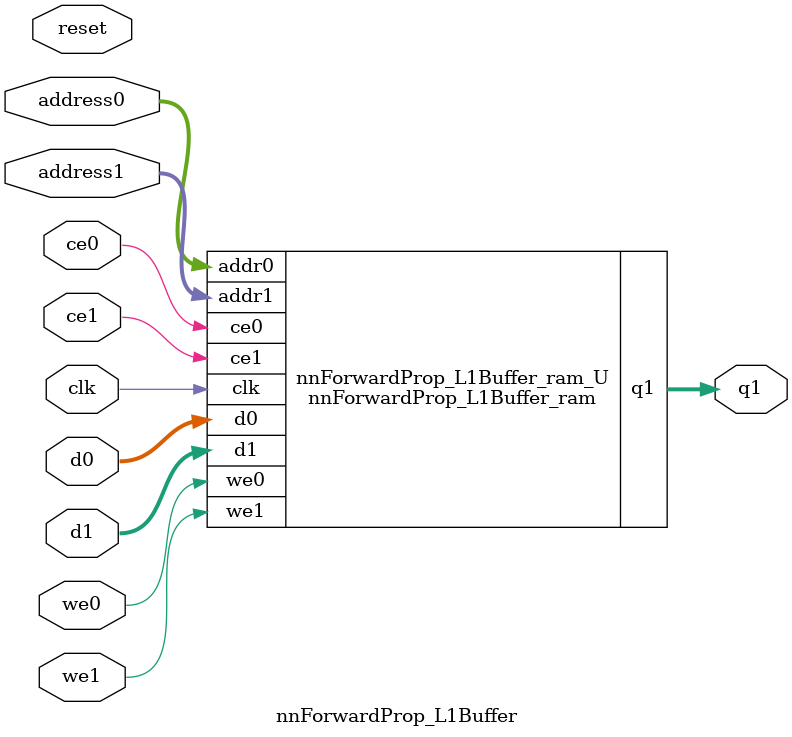
<source format=v>
`timescale 1 ns / 1 ps
module nnForwardProp_L1Buffer_ram (addr0, ce0, d0, we0, addr1, ce1, d1, we1, q1,  clk);

parameter DWIDTH = 32;
parameter AWIDTH = 4;
parameter MEM_SIZE = 10;

input[AWIDTH-1:0] addr0;
input ce0;
input[DWIDTH-1:0] d0;
input we0;
input[AWIDTH-1:0] addr1;
input ce1;
input[DWIDTH-1:0] d1;
input we1;
output reg[DWIDTH-1:0] q1;
input clk;

(* ram_style = "block" *)reg [DWIDTH-1:0] ram[0:MEM_SIZE-1];




always @(posedge clk)  
begin 
    if (ce0) 
    begin
        if (we0) 
        begin 
            ram[addr0] <= d0; 
        end 
    end
end


always @(posedge clk)  
begin 
    if (ce1) 
    begin
        if (we1) 
        begin 
            ram[addr1] <= d1; 
        end 
        q1 <= ram[addr1];
    end
end


endmodule

`timescale 1 ns / 1 ps
module nnForwardProp_L1Buffer(
    reset,
    clk,
    address0,
    ce0,
    we0,
    d0,
    address1,
    ce1,
    we1,
    d1,
    q1);

parameter DataWidth = 32'd32;
parameter AddressRange = 32'd10;
parameter AddressWidth = 32'd4;
input reset;
input clk;
input[AddressWidth - 1:0] address0;
input ce0;
input we0;
input[DataWidth - 1:0] d0;
input[AddressWidth - 1:0] address1;
input ce1;
input we1;
input[DataWidth - 1:0] d1;
output[DataWidth - 1:0] q1;



nnForwardProp_L1Buffer_ram nnForwardProp_L1Buffer_ram_U(
    .clk( clk ),
    .addr0( address0 ),
    .ce0( ce0 ),
    .we0( we0 ),
    .d0( d0 ),
    .addr1( address1 ),
    .ce1( ce1 ),
    .we1( we1 ),
    .d1( d1 ),
    .q1( q1 ));

endmodule


</source>
